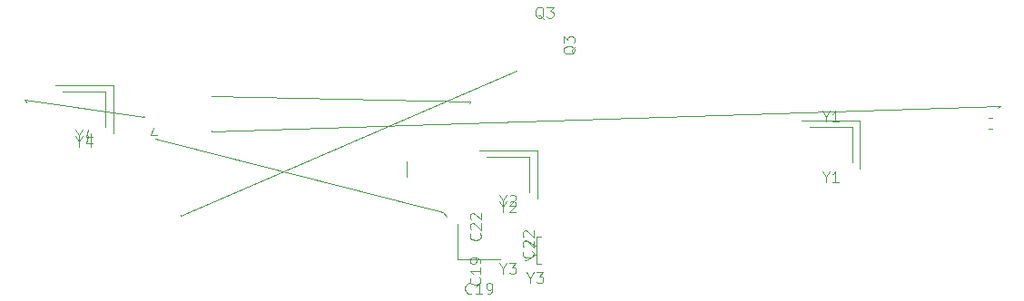
<source format=gbr>
From 8e1bf42f397407695667b24a44055b0c60a2ef04 Mon Sep 17 00:00:00 2001
From: jaseg <git@jaseg.net>
Date: Thu, 29 Nov 2018 10:18:56 +0900
Subject: Some small fixes, add silk artwork

---
 pcb/gerber/securehid-F.SilkS.gbr | 448 ++++++++++++++++++++-------------------
 1 file changed, 229 insertions(+), 219 deletions(-)

(limited to 'pcb/gerber/securehid-F.SilkS.gbr')

diff --git a/pcb/gerber/securehid-F.SilkS.gbr b/pcb/gerber/securehid-F.SilkS.gbr
index ca51b00..86edfab 100644
--- a/pcb/gerber/securehid-F.SilkS.gbr
+++ b/pcb/gerber/securehid-F.SilkS.gbr
@@ -1,12 +1,12 @@
 G04 #@! TF.GenerationSoftware,KiCad,Pcbnew,(5.0.1)*
-G04 #@! TF.CreationDate,2018-11-27T11:36:47+09:00*
+G04 #@! TF.CreationDate,2018-11-29T09:51:47+09:00*
 G04 #@! TF.ProjectId,securehid,7365637572656869642E6B696361645F,rev?*
 G04 #@! TF.SameCoordinates,Original*
 G04 #@! TF.FileFunction,Legend,Top*
 G04 #@! TF.FilePolarity,Positive*
 %FSLAX46Y46*%
 G04 Gerber Fmt 4.6, Leading zero omitted, Abs format (unit mm)*
-G04 Created by KiCad (PCBNEW (5.0.1)) date Tue Nov 27 11:36:47 2018*
+G04 Created by KiCad (PCBNEW (5.0.1)) date Thu Nov 29 09:51:47 2018*
 %MOMM*%
 %LPD*%
 G01*
@@ -66,10 +66,10 @@ X95490000Y-76671267D01*
 X96510000Y-76328733D02*
 X96510000Y-76671267D01*
 G04 #@! TO.C,C19*
-X96921267Y-87740000D02*
-X96578733Y-87740000D01*
-X96921267Y-88760000D02*
-X96578733Y-88760000D01*
+X98410000Y-88171267D02*
+X98410000Y-87828733D01*
+X97390000Y-88171267D02*
+X97390000Y-87828733D01*
 G04 #@! TO.C,C20*
 X63201221Y-72740795D02*
 X63201221Y-73083329D01*
@@ -81,10 +81,10 @@ X55701221Y-72740795D01*
 X56721221Y-73083329D02*
 X56721221Y-72740795D01*
 G04 #@! TO.C,C22*
-X99490000Y-85421267D02*
-X99490000Y-85078733D01*
-X100510000Y-85421267D02*
-X100510000Y-85078733D01*
+X98410000Y-83928733D02*
+X98410000Y-84271267D01*
+X97390000Y-83928733D02*
+X97390000Y-84271267D01*
 G04 #@! TO.C,C23*
 X69490000Y-82296267D02*
 X69490000Y-81953733D01*
@@ -111,14 +111,14 @@ X102335773Y-69822058D01*
 X102678307Y-68802058D02*
 X102335773Y-68802058D01*
 G04 #@! TO.C,Q3*
-X101747040Y-64732058D02*
-X101747040Y-65662058D01*
-X101747040Y-67892058D02*
-X101747040Y-66962058D01*
-X101747040Y-67892058D02*
-X103907040Y-67892058D01*
-X101747040Y-64732058D02*
-X103207040Y-64732058D01*
+X104380000Y-65740000D02*
+X103450000Y-65740000D01*
+X101220000Y-65740000D02*
+X102150000Y-65740000D01*
+X101220000Y-65740000D02*
+X101220000Y-67900000D01*
+X104380000Y-65740000D02*
+X104380000Y-67200000D01*
 G04 #@! TO.C,R2*
 X94760000Y-80421267D02*
 X94760000Y-80078733D01*
@@ -238,26 +238,6 @@ X66575000Y-86080000D01*
 X62425000Y-76400000D02*
 X61300000Y-76400000D01*
 D10*
-G04 #@! TO.C,Y1*
-X131600000Y-77850000D02*
-X131600000Y-74550000D01*
-X131600000Y-74550000D02*
-X127600000Y-74550000D01*
-G04 #@! TO.C,Y2*
-X101500000Y-77350000D02*
-X97500000Y-77350000D01*
-X101500000Y-80650000D02*
-X101500000Y-77350000D01*
-G04 #@! TO.C,Y3*
-X94750000Y-86900000D02*
-X98750000Y-86900000D01*
-X94750000Y-83600000D02*
-X94750000Y-86900000D01*
-G04 #@! TO.C,Y4*
-X61961221Y-74562062D02*
-X61961221Y-71262062D01*
-X61961221Y-71262062D02*
-X57961221Y-71262062D01*
 G04 #@! TO.C,TP58*
 X90050000Y-79200000D02*
 X90050000Y-77800000D01*
@@ -301,6 +281,36 @@ X144328733Y-73690000D02*
 X144671267Y-73690000D01*
 X144328733Y-74710000D02*
 X144671267Y-74710000D01*
+G04 #@! TO.C,Y1*
+X132300000Y-78450000D02*
+X132300000Y-73950000D01*
+X132300000Y-73950000D02*
+X126900000Y-73950000D01*
+G04 #@! TO.C,Y2*
+X102200000Y-81250000D02*
+X102200000Y-76750000D01*
+X102200000Y-76750000D02*
+X96800000Y-76750000D01*
+G04 #@! TO.C,Y3*
+X102600000Y-87350000D02*
+X102100000Y-87350000D01*
+X102100000Y-87350000D02*
+X102100000Y-84750000D01*
+X102100000Y-84750000D02*
+X102600000Y-84750000D01*
+X102100000Y-86400000D02*
+X101200000Y-87000000D01*
+X101200000Y-87000000D02*
+X101000000Y-87000000D01*
+X102100000Y-85700000D02*
+X101200000Y-85100000D01*
+X101200000Y-85100000D02*
+X101000000Y-85100000D01*
+G04 #@! TO.C,Y4*
+X62661221Y-70662062D02*
+X57261221Y-70662062D01*
+X62661221Y-75162062D02*
+X62661221Y-70662062D01*
 G04 #@! TO.C,C1*
 D11*
 X71833333Y-71657142D02*
@@ -644,51 +654,51 @@ X95976190Y-72185714D01*
 X95928571Y-72233333D01*
 X95880952Y-72328571D01*
 G04 #@! TO.C,C19*
-X96107142Y-90037142D02*
-X96059523Y-90084761D01*
-X95916666Y-90132380D01*
-X95821428Y-90132380D01*
-X95678571Y-90084761D01*
-X95583333Y-89989523D01*
-X95535714Y-89894285D01*
-X95488095Y-89703809D01*
-X95488095Y-89560952D01*
-X95535714Y-89370476D01*
-X95583333Y-89275238D01*
-X95678571Y-89180000D01*
-X95821428Y-89132380D01*
-X95916666Y-89132380D01*
-X96059523Y-89180000D01*
-X96107142Y-89227619D01*
-X97059523Y-90132380D02*
-X96488095Y-90132380D01*
-X96773809Y-90132380D02*
-X96773809Y-89132380D01*
-X96678571Y-89275238D01*
-X96583333Y-89370476D01*
-X96488095Y-89418095D01*
-X97535714Y-90132380D02*
-X97726190Y-90132380D01*
-X97821428Y-90084761D01*
-X97869047Y-90037142D01*
-X97964285Y-89894285D01*
-X98011904Y-89703809D01*
-X98011904Y-89322857D01*
-X97964285Y-89227619D01*
-X97916666Y-89180000D01*
-X97821428Y-89132380D01*
-X97630952Y-89132380D01*
-X97535714Y-89180000D01*
-X97488095Y-89227619D01*
-X97440476Y-89322857D01*
-X97440476Y-89560952D01*
-X97488095Y-89656190D01*
-X97535714Y-89703809D01*
-X97630952Y-89751428D01*
-X97821428Y-89751428D01*
-X97916666Y-89703809D01*
-X97964285Y-89656190D01*
-X98011904Y-89560952D01*
+X96827142Y-88642857D02*
+X96874761Y-88690476D01*
+X96922380Y-88833333D01*
+X96922380Y-88928571D01*
+X96874761Y-89071428D01*
+X96779523Y-89166666D01*
+X96684285Y-89214285D01*
+X96493809Y-89261904D01*
+X96350952Y-89261904D01*
+X96160476Y-89214285D01*
+X96065238Y-89166666D01*
+X95970000Y-89071428D01*
+X95922380Y-88928571D01*
+X95922380Y-88833333D01*
+X95970000Y-88690476D01*
+X96017619Y-88642857D01*
+X96922380Y-87690476D02*
+X96922380Y-88261904D01*
+X96922380Y-87976190D02*
+X95922380Y-87976190D01*
+X96065238Y-88071428D01*
+X96160476Y-88166666D01*
+X96208095Y-88261904D01*
+X96922380Y-87214285D02*
+X96922380Y-87023809D01*
+X96874761Y-86928571D01*
+X96827142Y-86880952D01*
+X96684285Y-86785714D01*
+X96493809Y-86738095D01*
+X96112857Y-86738095D01*
+X96017619Y-86785714D01*
+X95970000Y-86833333D01*
+X95922380Y-86928571D01*
+X95922380Y-87119047D01*
+X95970000Y-87214285D01*
+X96017619Y-87261904D01*
+X96112857Y-87309523D01*
+X96350952Y-87309523D01*
+X96446190Y-87261904D01*
+X96493809Y-87214285D01*
+X96541428Y-87119047D01*
+X96541428Y-86928571D01*
+X96493809Y-86833333D01*
+X96446190Y-86785714D01*
+X96350952Y-86738095D01*
 G04 #@! TO.C,C20*
 X65498363Y-73554919D02*
 X65545982Y-73602538D01*
@@ -774,44 +784,44 @@ X54376459Y-72031109D01*
 X54471697Y-72126347D01*
 X54519316Y-72221585D01*
 G04 #@! TO.C,C22*
-X101757142Y-86142857D02*
-X101804761Y-86190476D01*
-X101852380Y-86333333D01*
-X101852380Y-86428571D01*
-X101804761Y-86571428D01*
-X101709523Y-86666666D01*
-X101614285Y-86714285D01*
-X101423809Y-86761904D01*
-X101280952Y-86761904D01*
-X101090476Y-86714285D01*
-X100995238Y-86666666D01*
-X100900000Y-86571428D01*
-X100852380Y-86428571D01*
-X100852380Y-86333333D01*
-X100900000Y-86190476D01*
-X100947619Y-86142857D01*
-X100947619Y-85761904D02*
-X100900000Y-85714285D01*
-X100852380Y-85619047D01*
-X100852380Y-85380952D01*
-X100900000Y-85285714D01*
-X100947619Y-85238095D01*
-X101042857Y-85190476D01*
-X101138095Y-85190476D01*
-X101280952Y-85238095D01*
-X101852380Y-85809523D01*
-X101852380Y-85190476D01*
-X100947619Y-84809523D02*
-X100900000Y-84761904D01*
-X100852380Y-84666666D01*
-X100852380Y-84428571D01*
-X100900000Y-84333333D01*
-X100947619Y-84285714D01*
-X101042857Y-84238095D01*
-X101138095Y-84238095D01*
-X101280952Y-84285714D01*
-X101852380Y-84857142D01*
-X101852380Y-84238095D01*
+X96857142Y-84492857D02*
+X96904761Y-84540476D01*
+X96952380Y-84683333D01*
+X96952380Y-84778571D01*
+X96904761Y-84921428D01*
+X96809523Y-85016666D01*
+X96714285Y-85064285D01*
+X96523809Y-85111904D01*
+X96380952Y-85111904D01*
+X96190476Y-85064285D01*
+X96095238Y-85016666D01*
+X96000000Y-84921428D01*
+X95952380Y-84778571D01*
+X95952380Y-84683333D01*
+X96000000Y-84540476D01*
+X96047619Y-84492857D01*
+X96047619Y-84111904D02*
+X96000000Y-84064285D01*
+X95952380Y-83969047D01*
+X95952380Y-83730952D01*
+X96000000Y-83635714D01*
+X96047619Y-83588095D01*
+X96142857Y-83540476D01*
+X96238095Y-83540476D01*
+X96380952Y-83588095D01*
+X96952380Y-84159523D01*
+X96952380Y-83540476D01*
+X96047619Y-83159523D02*
+X96000000Y-83111904D01*
+X95952380Y-83016666D01*
+X95952380Y-82778571D01*
+X96000000Y-82683333D01*
+X96047619Y-82635714D01*
+X96142857Y-82588095D01*
+X96238095Y-82588095D01*
+X96380952Y-82635714D01*
+X96952380Y-83207142D01*
+X96952380Y-82588095D01*
 G04 #@! TO.C,C23*
 X68927142Y-82767857D02*
 X68974761Y-82815476D01*
@@ -1048,43 +1058,43 @@ X100266666Y-69323809D01*
 X100314285Y-69276190D01*
 X100361904Y-69180952D01*
 G04 #@! TO.C,Q3*
-X102804761Y-64447619D02*
-X102709523Y-64400000D01*
-X102614285Y-64304761D01*
-X102471428Y-64161904D01*
-X102376190Y-64114285D01*
-X102280952Y-64114285D01*
-X102328571Y-64352380D02*
-X102233333Y-64304761D01*
-X102138095Y-64209523D01*
-X102090476Y-64019047D01*
-X102090476Y-63685714D01*
-X102138095Y-63495238D01*
-X102233333Y-63400000D01*
-X102328571Y-63352380D01*
-X102519047Y-63352380D01*
-X102614285Y-63400000D01*
-X102709523Y-63495238D01*
-X102757142Y-63685714D01*
-X102757142Y-64019047D01*
-X102709523Y-64209523D01*
-X102614285Y-64304761D01*
-X102519047Y-64352380D01*
-X102328571Y-64352380D01*
-X103090476Y-63352380D02*
-X103709523Y-63352380D01*
-X103376190Y-63733333D01*
-X103519047Y-63733333D01*
-X103614285Y-63780952D01*
-X103661904Y-63828571D01*
-X103709523Y-63923809D01*
-X103709523Y-64161904D01*
-X103661904Y-64257142D01*
-X103614285Y-64304761D01*
-X103519047Y-64352380D01*
-X103233333Y-64352380D01*
-X103138095Y-64304761D01*
-X103090476Y-64257142D01*
+X105759677Y-66988198D02*
+X105712058Y-67083436D01*
+X105616819Y-67178674D01*
+X105473962Y-67321531D01*
+X105426343Y-67416769D01*
+X105426343Y-67512007D01*
+X105664438Y-67464388D02*
+X105616819Y-67559626D01*
+X105521581Y-67654864D01*
+X105331105Y-67702483D01*
+X104997772Y-67702483D01*
+X104807296Y-67654864D01*
+X104712058Y-67559626D01*
+X104664438Y-67464388D01*
+X104664438Y-67273912D01*
+X104712058Y-67178674D01*
+X104807296Y-67083436D01*
+X104997772Y-67035817D01*
+X105331105Y-67035817D01*
+X105521581Y-67083436D01*
+X105616819Y-67178674D01*
+X105664438Y-67273912D01*
+X105664438Y-67464388D01*
+X104664438Y-66702483D02*
+X104664438Y-66083436D01*
+X105045391Y-66416769D01*
+X105045391Y-66273912D01*
+X105093010Y-66178674D01*
+X105140629Y-66131055D01*
+X105235867Y-66083436D01*
+X105473962Y-66083436D01*
+X105569200Y-66131055D01*
+X105616819Y-66178674D01*
+X105664438Y-66273912D01*
+X105664438Y-66559626D01*
+X105616819Y-66654864D01*
+X105569200Y-66702483D01*
 G04 #@! TO.C,R2*
 X93733333Y-82952380D02*
 X93400000Y-82476190D01*
@@ -1511,67 +1521,6 @@ X66614285Y-75652380D01*
 X66376190Y-74604761D02*
 X66138095Y-75319047D01*
 X66757142Y-75319047D01*
-G04 #@! TO.C,Y1*
-X129123809Y-73576190D02*
-X129123809Y-74052380D01*
-X128790476Y-73052380D02*
-X129123809Y-73576190D01*
-X129457142Y-73052380D01*
-X130314285Y-74052380D02*
-X129742857Y-74052380D01*
-X130028571Y-74052380D02*
-X130028571Y-73052380D01*
-X129933333Y-73195238D01*
-X129838095Y-73290476D01*
-X129742857Y-73338095D01*
-G04 #@! TO.C,Y2*
-X99023809Y-81426190D02*
-X99023809Y-81902380D01*
-X98690476Y-80902380D02*
-X99023809Y-81426190D01*
-X99357142Y-80902380D01*
-X99642857Y-80997619D02*
-X99690476Y-80950000D01*
-X99785714Y-80902380D01*
-X100023809Y-80902380D01*
-X100119047Y-80950000D01*
-X100166666Y-80997619D01*
-X100214285Y-81092857D01*
-X100214285Y-81188095D01*
-X100166666Y-81330952D01*
-X99595238Y-81902380D01*
-X100214285Y-81902380D01*
-G04 #@! TO.C,Y3*
-X99023809Y-87776190D02*
-X99023809Y-88252380D01*
-X98690476Y-87252380D02*
-X99023809Y-87776190D01*
-X99357142Y-87252380D01*
-X99595238Y-87252380D02*
-X100214285Y-87252380D01*
-X99880952Y-87633333D01*
-X100023809Y-87633333D01*
-X100119047Y-87680952D01*
-X100166666Y-87728571D01*
-X100214285Y-87823809D01*
-X100214285Y-88061904D01*
-X100166666Y-88157142D01*
-X100119047Y-88204761D01*
-X100023809Y-88252380D01*
-X99738095Y-88252380D01*
-X99642857Y-88204761D01*
-X99595238Y-88157142D01*
-G04 #@! TO.C,Y4*
-X59485030Y-75338252D02*
-X59485030Y-75814442D01*
-X59151697Y-74814442D02*
-X59485030Y-75338252D01*
-X59818363Y-74814442D01*
-X60580268Y-75147776D02*
-X60580268Y-75814442D01*
-X60342173Y-74766823D02*
-X60104078Y-75481109D01*
-X60723125Y-75481109D01*
 G04 #@! TO.C,C30*
 X71787142Y-74892857D02*
 X71834761Y-74940476D01*
@@ -1829,5 +1778,66 @@ X145380952Y-72603333D01*
 X145285714Y-72650952D01*
 X145238095Y-72698571D01*
 X145190476Y-72793809D01*
+G04 #@! TO.C,Y1*
+X129123809Y-79226190D02*
+X129123809Y-79702380D01*
+X128790476Y-78702380D02*
+X129123809Y-79226190D01*
+X129457142Y-78702380D01*
+X130314285Y-79702380D02*
+X129742857Y-79702380D01*
+X130028571Y-79702380D02*
+X130028571Y-78702380D01*
+X129933333Y-78845238D01*
+X129838095Y-78940476D01*
+X129742857Y-78988095D01*
+G04 #@! TO.C,Y2*
+X99023809Y-82026190D02*
+X99023809Y-82502380D01*
+X98690476Y-81502380D02*
+X99023809Y-82026190D01*
+X99357142Y-81502380D01*
+X99642857Y-81597619D02*
+X99690476Y-81550000D01*
+X99785714Y-81502380D01*
+X100023809Y-81502380D01*
+X100119047Y-81550000D01*
+X100166666Y-81597619D01*
+X100214285Y-81692857D01*
+X100214285Y-81788095D01*
+X100166666Y-81930952D01*
+X99595238Y-82502380D01*
+X100214285Y-82502380D01*
+G04 #@! TO.C,Y3*
+X101573809Y-88646190D02*
+X101573809Y-89122380D01*
+X101240476Y-88122380D02*
+X101573809Y-88646190D01*
+X101907142Y-88122380D01*
+X102145238Y-88122380D02*
+X102764285Y-88122380D01*
+X102430952Y-88503333D01*
+X102573809Y-88503333D01*
+X102669047Y-88550952D01*
+X102716666Y-88598571D01*
+X102764285Y-88693809D01*
+X102764285Y-88931904D01*
+X102716666Y-89027142D01*
+X102669047Y-89074761D01*
+X102573809Y-89122380D01*
+X102288095Y-89122380D01*
+X102192857Y-89074761D01*
+X102145238Y-89027142D01*
+G04 #@! TO.C,Y4*
+X59485030Y-75938252D02*
+X59485030Y-76414442D01*
+X59151697Y-75414442D02*
+X59485030Y-75938252D01*
+X59818363Y-75414442D01*
+X60580268Y-75747776D02*
+X60580268Y-76414442D01*
+X60342173Y-75366823D02*
+X60104078Y-76081109D01*
+X60723125Y-76081109D01*
 G04 #@! TD*
 M02*
-- 
cgit 


</source>
